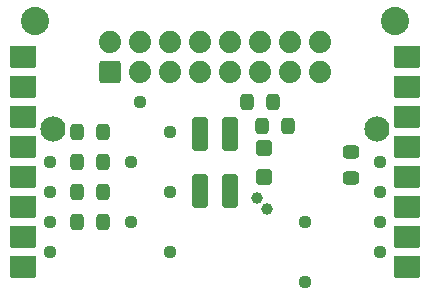
<source format=gbr>
G04 #@! TF.GenerationSoftware,KiCad,Pcbnew,8.0.6*
G04 #@! TF.CreationDate,2025-01-27T09:49:23-05:00*
G04 #@! TF.ProjectId,term,7465726d-2e6b-4696-9361-645f70636258,v1.2.0*
G04 #@! TF.SameCoordinates,Original*
G04 #@! TF.FileFunction,Soldermask,Bot*
G04 #@! TF.FilePolarity,Negative*
%FSLAX46Y46*%
G04 Gerber Fmt 4.6, Leading zero omitted, Abs format (unit mm)*
G04 Created by KiCad (PCBNEW 8.0.6) date 2025-01-27 09:49:23*
%MOMM*%
%LPD*%
G01*
G04 APERTURE LIST*
G04 Aperture macros list*
%AMRoundRect*
0 Rectangle with rounded corners*
0 $1 Rounding radius*
0 $2 $3 $4 $5 $6 $7 $8 $9 X,Y pos of 4 corners*
0 Add a 4 corners polygon primitive as box body*
4,1,4,$2,$3,$4,$5,$6,$7,$8,$9,$2,$3,0*
0 Add four circle primitives for the rounded corners*
1,1,$1+$1,$2,$3*
1,1,$1+$1,$4,$5*
1,1,$1+$1,$6,$7*
1,1,$1+$1,$8,$9*
0 Add four rect primitives between the rounded corners*
20,1,$1+$1,$2,$3,$4,$5,0*
20,1,$1+$1,$4,$5,$6,$7,0*
20,1,$1+$1,$6,$7,$8,$9,0*
20,1,$1+$1,$8,$9,$2,$3,0*%
G04 Aperture macros list end*
%ADD10RoundRect,0.264286X0.675514X-0.675514X0.675514X0.675514X-0.675514X0.675514X-0.675514X-0.675514X0*%
%ADD11C,1.879600*%
%ADD12RoundRect,0.050800X-1.016000X-0.889000X1.016000X-0.889000X1.016000X0.889000X-1.016000X0.889000X0*%
%ADD13RoundRect,0.050800X1.016000X0.889000X-1.016000X0.889000X-1.016000X-0.889000X1.016000X-0.889000X0*%
%ADD14C,1.117600*%
%ADD15C,2.133600*%
%ADD16C,2.387600*%
%ADD17RoundRect,0.270000X-0.415800X-1.170800X0.415800X-1.170800X0.415800X1.170800X-0.415800X1.170800X0*%
%ADD18RoundRect,0.271167X0.429633X-0.379633X0.429633X0.379633X-0.429633X0.379633X-0.429633X-0.379633X0*%
%ADD19RoundRect,0.275400X-0.275400X-0.425400X0.275400X-0.425400X0.275400X0.425400X-0.275400X0.425400X0*%
%ADD20RoundRect,0.275400X0.275400X0.425400X-0.275400X0.425400X-0.275400X-0.425400X0.275400X-0.425400X0*%
%ADD21RoundRect,0.275400X-0.425400X0.275400X-0.425400X-0.275400X0.425400X-0.275400X0.425400X0.275400X0*%
%ADD22C,0.990600*%
G04 APERTURE END LIST*
D10*
X135890000Y-91440000D03*
D11*
X135890000Y-88900000D03*
X138430000Y-91440000D03*
X138430000Y-88900000D03*
X140970000Y-91440000D03*
X140970000Y-88900000D03*
X143510000Y-91440000D03*
X143510000Y-88900000D03*
X146050000Y-91440000D03*
X146050000Y-88900000D03*
X148590000Y-91440000D03*
X148590000Y-88900000D03*
X151130000Y-91440000D03*
X151130000Y-88900000D03*
X153670000Y-91440000D03*
X153670000Y-88900000D03*
D12*
X128524000Y-90170000D03*
X128524000Y-92710000D03*
X128524000Y-95250000D03*
X128524000Y-97790000D03*
X128524000Y-100330000D03*
X128524000Y-102870000D03*
X128524000Y-105410000D03*
X128524000Y-107950000D03*
D13*
X161036000Y-107950000D03*
X161036000Y-105410000D03*
X161036000Y-102870000D03*
X161036000Y-100330000D03*
X161036000Y-97790000D03*
X161036000Y-95250000D03*
X161036000Y-92710000D03*
X161036000Y-90170000D03*
D14*
X158750000Y-99060000D03*
X158750000Y-101600000D03*
X158750000Y-104140000D03*
X130810000Y-99060000D03*
X130810000Y-101600000D03*
X130810000Y-104140000D03*
X140970000Y-101600000D03*
X140970000Y-106680000D03*
X152400000Y-104140000D03*
X152400000Y-109220000D03*
D15*
X131064000Y-96266000D03*
X158496000Y-96266000D03*
D16*
X129540000Y-87122000D03*
X160020000Y-87122000D03*
D14*
X130810000Y-106680000D03*
X158750000Y-106680000D03*
X140970000Y-96520000D03*
X138430000Y-93980000D03*
D17*
X143510000Y-96655000D03*
X143510000Y-101465000D03*
X146050000Y-96655000D03*
X146050000Y-101465000D03*
D18*
X148971000Y-100260000D03*
X148971000Y-97860000D03*
D19*
X133139000Y-104140000D03*
X135339000Y-104140000D03*
D20*
X135339000Y-101600000D03*
X133139000Y-101600000D03*
D19*
X133139000Y-96520000D03*
X135339000Y-96520000D03*
D20*
X135339000Y-99060000D03*
X133139000Y-99060000D03*
X149690000Y-93980000D03*
X147490000Y-93980000D03*
D21*
X156337000Y-98214000D03*
X156337000Y-100414000D03*
D19*
X148760000Y-96012000D03*
X150960000Y-96012000D03*
D14*
X137668000Y-99060000D03*
X137668000Y-104140000D03*
D22*
X148336000Y-102108000D03*
X149225000Y-102997000D03*
M02*

</source>
